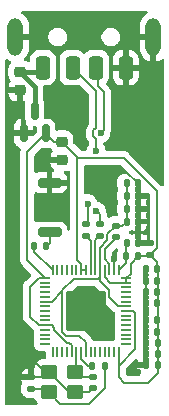
<source format=gbr>
%TF.GenerationSoftware,KiCad,Pcbnew,9.0.5*%
%TF.CreationDate,2025-11-01T21:25:21+11:00*%
%TF.ProjectId,YetAnotherAuthKey,59657441-6e6f-4746-9865-72417574684b,rev?*%
%TF.SameCoordinates,Original*%
%TF.FileFunction,Copper,L1,Top*%
%TF.FilePolarity,Positive*%
%FSLAX46Y46*%
G04 Gerber Fmt 4.6, Leading zero omitted, Abs format (unit mm)*
G04 Created by KiCad (PCBNEW 9.0.5) date 2025-11-01 21:25:21*
%MOMM*%
%LPD*%
G01*
G04 APERTURE LIST*
G04 Aperture macros list*
%AMRoundRect*
0 Rectangle with rounded corners*
0 $1 Rounding radius*
0 $2 $3 $4 $5 $6 $7 $8 $9 X,Y pos of 4 corners*
0 Add a 4 corners polygon primitive as box body*
4,1,4,$2,$3,$4,$5,$6,$7,$8,$9,$2,$3,0*
0 Add four circle primitives for the rounded corners*
1,1,$1+$1,$2,$3*
1,1,$1+$1,$4,$5*
1,1,$1+$1,$6,$7*
1,1,$1+$1,$8,$9*
0 Add four rect primitives between the rounded corners*
20,1,$1+$1,$2,$3,$4,$5,0*
20,1,$1+$1,$4,$5,$6,$7,0*
20,1,$1+$1,$6,$7,$8,$9,0*
20,1,$1+$1,$8,$9,$2,$3,0*%
%AMFreePoly0*
4,1,18,-0.437500,0.050000,-0.433694,0.069134,-0.422855,0.085355,-0.406634,0.096194,-0.387500,0.100000,0.387500,0.100000,0.437500,0.050000,0.437500,-0.050000,0.433694,-0.069134,0.422855,-0.085355,0.406634,-0.096194,0.387500,-0.100000,-0.387500,-0.100000,-0.406634,-0.096194,-0.422855,-0.085355,-0.433694,-0.069134,-0.437500,-0.050000,-0.437500,0.050000,-0.437500,0.050000,$1*%
%AMFreePoly1*
4,1,18,-0.437500,0.050000,-0.433694,0.069134,-0.422855,0.085355,-0.406634,0.096194,-0.387500,0.100000,0.387500,0.100000,0.406634,0.096194,0.422855,0.085355,0.433694,0.069134,0.437500,0.050000,0.437500,-0.050000,0.387500,-0.100000,-0.387500,-0.100000,-0.406634,-0.096194,-0.422855,-0.085355,-0.433694,-0.069134,-0.437500,-0.050000,-0.437500,0.050000,-0.437500,0.050000,$1*%
%AMFreePoly2*
4,1,18,-0.100000,0.387500,-0.050000,0.437500,0.050000,0.437500,0.069134,0.433694,0.085355,0.422855,0.096194,0.406634,0.100000,0.387500,0.100000,-0.387500,0.096194,-0.406634,0.085355,-0.422855,0.069134,-0.433694,0.050000,-0.437500,-0.050000,-0.437500,-0.069134,-0.433694,-0.085355,-0.422855,-0.096194,-0.406634,-0.100000,-0.387500,-0.100000,0.387500,-0.100000,0.387500,$1*%
%AMFreePoly3*
4,1,18,-0.100000,0.387500,-0.096194,0.406634,-0.085355,0.422855,-0.069134,0.433694,-0.050000,0.437500,0.050000,0.437500,0.100000,0.387500,0.100000,-0.387500,0.096194,-0.406634,0.085355,-0.422855,0.069134,-0.433694,0.050000,-0.437500,-0.050000,-0.437500,-0.069134,-0.433694,-0.085355,-0.422855,-0.096194,-0.406634,-0.100000,-0.387500,-0.100000,0.387500,-0.100000,0.387500,$1*%
%AMFreePoly4*
4,1,18,-0.437500,0.050000,-0.433694,0.069134,-0.422855,0.085355,-0.406634,0.096194,-0.387500,0.100000,0.387500,0.100000,0.406634,0.096194,0.422855,0.085355,0.433694,0.069134,0.437500,0.050000,0.437500,-0.050000,0.433694,-0.069134,0.422855,-0.085355,0.406634,-0.096194,0.387500,-0.100000,-0.387500,-0.100000,-0.437500,-0.050000,-0.437500,0.050000,-0.437500,0.050000,$1*%
%AMFreePoly5*
4,1,18,-0.437500,0.050000,-0.387500,0.100000,0.387500,0.100000,0.406634,0.096194,0.422855,0.085355,0.433694,0.069134,0.437500,0.050000,0.437500,-0.050000,0.433694,-0.069134,0.422855,-0.085355,0.406634,-0.096194,0.387500,-0.100000,-0.387500,-0.100000,-0.406634,-0.096194,-0.422855,-0.085355,-0.433694,-0.069134,-0.437500,-0.050000,-0.437500,0.050000,-0.437500,0.050000,$1*%
%AMFreePoly6*
4,1,18,-0.100000,0.387500,-0.096194,0.406634,-0.085355,0.422855,-0.069134,0.433694,-0.050000,0.437500,0.050000,0.437500,0.069134,0.433694,0.085355,0.422855,0.096194,0.406634,0.100000,0.387500,0.100000,-0.387500,0.050000,-0.437500,-0.050000,-0.437500,-0.069134,-0.433694,-0.085355,-0.422855,-0.096194,-0.406634,-0.100000,-0.387500,-0.100000,0.387500,-0.100000,0.387500,$1*%
%AMFreePoly7*
4,1,18,-0.100000,0.387500,-0.096194,0.406634,-0.085355,0.422855,-0.069134,0.433694,-0.050000,0.437500,0.050000,0.437500,0.069134,0.433694,0.085355,0.422855,0.096194,0.406634,0.100000,0.387500,0.100000,-0.387500,0.096194,-0.406634,0.085355,-0.422855,0.069134,-0.433694,0.050000,-0.437500,-0.050000,-0.437500,-0.100000,-0.387500,-0.100000,0.387500,-0.100000,0.387500,$1*%
G04 Aperture macros list end*
%TA.AperFunction,SMDPad,CuDef*%
%ADD10RoundRect,0.135000X0.185000X-0.135000X0.185000X0.135000X-0.185000X0.135000X-0.185000X-0.135000X0*%
%TD*%
%TA.AperFunction,SMDPad,CuDef*%
%ADD11RoundRect,0.140000X-0.140000X-0.170000X0.140000X-0.170000X0.140000X0.170000X-0.140000X0.170000X0*%
%TD*%
%TA.AperFunction,SMDPad,CuDef*%
%ADD12RoundRect,0.225000X0.250000X-0.225000X0.250000X0.225000X-0.250000X0.225000X-0.250000X-0.225000X0*%
%TD*%
%TA.AperFunction,SMDPad,CuDef*%
%ADD13RoundRect,0.200000X-0.800000X0.200000X-0.800000X-0.200000X0.800000X-0.200000X0.800000X0.200000X0*%
%TD*%
%TA.AperFunction,SMDPad,CuDef*%
%ADD14RoundRect,0.140000X0.170000X-0.140000X0.170000X0.140000X-0.170000X0.140000X-0.170000X-0.140000X0*%
%TD*%
%TA.AperFunction,SMDPad,CuDef*%
%ADD15RoundRect,0.150000X0.150000X-0.587500X0.150000X0.587500X-0.150000X0.587500X-0.150000X-0.587500X0*%
%TD*%
%TA.AperFunction,SMDPad,CuDef*%
%ADD16RoundRect,0.140000X0.140000X0.170000X-0.140000X0.170000X-0.140000X-0.170000X0.140000X-0.170000X0*%
%TD*%
%TA.AperFunction,SMDPad,CuDef*%
%ADD17RoundRect,0.225000X-0.250000X0.225000X-0.250000X-0.225000X0.250000X-0.225000X0.250000X0.225000X0*%
%TD*%
%TA.AperFunction,SMDPad,CuDef*%
%ADD18RoundRect,0.250000X-0.450000X-0.350000X0.450000X-0.350000X0.450000X0.350000X-0.450000X0.350000X0*%
%TD*%
%TA.AperFunction,SMDPad,CuDef*%
%ADD19RoundRect,0.300000X0.300000X-0.700000X0.300000X0.700000X-0.300000X0.700000X-0.300000X-0.700000X0*%
%TD*%
%TA.AperFunction,HeatsinkPad*%
%ADD20O,1.300000X3.200000*%
%TD*%
%TA.AperFunction,SMDPad,CuDef*%
%ADD21RoundRect,0.140000X-0.170000X0.140000X-0.170000X-0.140000X0.170000X-0.140000X0.170000X0.140000X0*%
%TD*%
%TA.AperFunction,SMDPad,CuDef*%
%ADD22RoundRect,0.135000X0.135000X0.185000X-0.135000X0.185000X-0.135000X-0.185000X0.135000X-0.185000X0*%
%TD*%
%TA.AperFunction,SMDPad,CuDef*%
%ADD23RoundRect,0.135000X-0.135000X-0.185000X0.135000X-0.185000X0.135000X0.185000X-0.135000X0.185000X0*%
%TD*%
%TA.AperFunction,SMDPad,CuDef*%
%ADD24FreePoly0,0.000000*%
%TD*%
%TA.AperFunction,SMDPad,CuDef*%
%ADD25RoundRect,0.050000X-0.387500X-0.050000X0.387500X-0.050000X0.387500X0.050000X-0.387500X0.050000X0*%
%TD*%
%TA.AperFunction,SMDPad,CuDef*%
%ADD26FreePoly1,0.000000*%
%TD*%
%TA.AperFunction,SMDPad,CuDef*%
%ADD27FreePoly2,0.000000*%
%TD*%
%TA.AperFunction,SMDPad,CuDef*%
%ADD28RoundRect,0.050000X-0.050000X-0.387500X0.050000X-0.387500X0.050000X0.387500X-0.050000X0.387500X0*%
%TD*%
%TA.AperFunction,SMDPad,CuDef*%
%ADD29FreePoly3,0.000000*%
%TD*%
%TA.AperFunction,SMDPad,CuDef*%
%ADD30FreePoly4,0.000000*%
%TD*%
%TA.AperFunction,SMDPad,CuDef*%
%ADD31FreePoly5,0.000000*%
%TD*%
%TA.AperFunction,SMDPad,CuDef*%
%ADD32FreePoly6,0.000000*%
%TD*%
%TA.AperFunction,SMDPad,CuDef*%
%ADD33FreePoly7,0.000000*%
%TD*%
%TA.AperFunction,ComponentPad*%
%ADD34C,0.600000*%
%TD*%
%TA.AperFunction,SMDPad,CuDef*%
%ADD35RoundRect,0.153000X1.547000X-1.547000X1.547000X1.547000X-1.547000X1.547000X-1.547000X-1.547000X0*%
%TD*%
%TA.AperFunction,ViaPad*%
%ADD36C,0.600000*%
%TD*%
%TA.AperFunction,Conductor*%
%ADD37C,0.200000*%
%TD*%
%TA.AperFunction,Conductor*%
%ADD38C,0.400000*%
%TD*%
G04 APERTURE END LIST*
D10*
%TO.P,R3,2*%
%TO.N,/USB_D-*%
X191800000Y-67890000D03*
%TO.P,R3,1*%
%TO.N,Net-(U1-USB_DM)*%
X191800000Y-68910000D03*
%TD*%
D11*
%TO.P,C8,1*%
%TO.N,+1V1*%
X194070000Y-65550000D03*
%TO.P,C8,2*%
%TO.N,GND*%
X195030000Y-65550000D03*
%TD*%
D12*
%TO.P,C1,1*%
%TO.N,GND*%
X185050000Y-56575000D03*
%TO.P,C1,2*%
%TO.N,VBUS*%
X185050000Y-55025000D03*
%TD*%
D13*
%TO.P,SW1,1,1*%
%TO.N,GND*%
X187550000Y-64400000D03*
%TO.P,SW1,2,2*%
%TO.N,Net-(R4-Pad1)*%
X187550000Y-68600000D03*
%TD*%
D14*
%TO.P,C6,1*%
%TO.N,+3V3*%
X196050000Y-70510000D03*
%TO.P,C6,2*%
%TO.N,GND*%
X196050000Y-69550000D03*
%TD*%
D15*
%TO.P,U2,1,GND*%
%TO.N,GND*%
X185350000Y-60237500D03*
%TO.P,U2,2,VO*%
%TO.N,+3V3*%
X187250000Y-60237500D03*
%TO.P,U2,3,VI*%
%TO.N,VBUS*%
X186300000Y-58362500D03*
%TD*%
D16*
%TO.P,C12,1*%
%TO.N,+3V3*%
X196700000Y-78925000D03*
%TO.P,C12,2*%
%TO.N,GND*%
X195740000Y-78925000D03*
%TD*%
D17*
%TO.P,C2,1*%
%TO.N,+3V3*%
X188600000Y-60937500D03*
%TO.P,C2,2*%
%TO.N,GND*%
X188600000Y-62487500D03*
%TD*%
D18*
%TO.P,Y1,1,1*%
%TO.N,Net-(C3-Pad1)*%
X187500000Y-82150000D03*
%TO.P,Y1,2,2*%
%TO.N,GND*%
X189700000Y-82150000D03*
%TO.P,Y1,3,3*%
%TO.N,/XIN*%
X189700000Y-80450000D03*
%TO.P,Y1,4,4*%
%TO.N,GND*%
X187500000Y-80450000D03*
%TD*%
D11*
%TO.P,C10,1*%
%TO.N,+1V1*%
X194070000Y-64450000D03*
%TO.P,C10,2*%
%TO.N,GND*%
X195030000Y-64450000D03*
%TD*%
D19*
%TO.P,J1,1,VBUS*%
%TO.N,VBUS*%
X187000000Y-54675000D03*
%TO.P,J1,2,D-*%
%TO.N,/USB_D-*%
X189500000Y-54675000D03*
%TO.P,J1,3,D+*%
%TO.N,/USB_D+*%
X191500000Y-54675000D03*
%TO.P,J1,4,GND*%
%TO.N,GND*%
X194000000Y-54675000D03*
D20*
%TO.P,J1,5,Shield*%
X184650000Y-52075000D03*
X196350000Y-52075000D03*
%TD*%
D21*
%TO.P,L1,1,1*%
%TO.N,+1V1*%
X193150000Y-68045000D03*
%TO.P,L1,2,2*%
%TO.N,Net-(U1-VREG_LX)*%
X193150000Y-69005000D03*
%TD*%
D16*
%TO.P,C11,1*%
%TO.N,+3V3*%
X196710000Y-79875000D03*
%TO.P,C11,2*%
%TO.N,GND*%
X195750000Y-79875000D03*
%TD*%
%TO.P,C17,1*%
%TO.N,+3V3*%
X196680000Y-71750000D03*
%TO.P,C17,2*%
%TO.N,GND*%
X195720000Y-71750000D03*
%TD*%
D10*
%TO.P,R2,1*%
%TO.N,Net-(U1-USB_DP)*%
X190600000Y-68900000D03*
%TO.P,R2,2*%
%TO.N,/USB_D+*%
X190600000Y-67880000D03*
%TD*%
D11*
%TO.P,C9,1*%
%TO.N,+1V1*%
X194070000Y-66650000D03*
%TO.P,C9,2*%
%TO.N,GND*%
X195030000Y-66650000D03*
%TD*%
D22*
%TO.P,R4,1*%
%TO.N,Net-(R4-Pad1)*%
X187270000Y-69800000D03*
%TO.P,R4,2*%
%TO.N,/BOOTSEL*%
X186250000Y-69800000D03*
%TD*%
D23*
%TO.P,R6,1*%
%TO.N,/VREG_AVDD*%
X194055000Y-70625000D03*
%TO.P,R6,2*%
%TO.N,+3V3*%
X195075000Y-70625000D03*
%TD*%
D16*
%TO.P,C15,1*%
%TO.N,+3V3*%
X196680000Y-74600000D03*
%TO.P,C15,2*%
%TO.N,GND*%
X195720000Y-74600000D03*
%TD*%
D24*
%TO.P,U1,1,IOVDD*%
%TO.N,+3V3*%
X187187500Y-72475000D03*
D25*
%TO.P,U1,2,GPIO0*%
%TO.N,unconnected-(U1-GPIO0-Pad2)*%
X187187500Y-72875000D03*
%TO.P,U1,3,GPIO1*%
%TO.N,unconnected-(U1-GPIO1-Pad3)*%
X187187500Y-73275000D03*
%TO.P,U1,4,GPIO2*%
%TO.N,unconnected-(U1-GPIO2-Pad4)*%
X187187500Y-73675000D03*
%TO.P,U1,5,GPIO3*%
%TO.N,unconnected-(U1-GPIO3-Pad5)*%
X187187500Y-74075000D03*
%TO.P,U1,6,DVDD*%
%TO.N,+1V1*%
X187187500Y-74475000D03*
%TO.P,U1,7,GPIO4*%
%TO.N,unconnected-(U1-GPIO4-Pad7)*%
X187187500Y-74875000D03*
%TO.P,U1,8,GPIO5*%
%TO.N,unconnected-(U1-GPIO5-Pad8)*%
X187187500Y-75275000D03*
%TO.P,U1,9,GPIO6*%
%TO.N,unconnected-(U1-GPIO6-Pad9)*%
X187187500Y-75675000D03*
%TO.P,U1,10,GPIO7*%
%TO.N,unconnected-(U1-GPIO7-Pad10)*%
X187187500Y-76075000D03*
%TO.P,U1,11,IOVDD*%
%TO.N,+3V3*%
X187187500Y-76475000D03*
%TO.P,U1,12,GPIO8*%
%TO.N,unconnected-(U1-GPIO8-Pad12)*%
X187187500Y-76875000D03*
%TO.P,U1,13,GPIO9*%
%TO.N,unconnected-(U1-GPIO9-Pad13)*%
X187187500Y-77275000D03*
%TO.P,U1,14,GPIO10*%
%TO.N,unconnected-(U1-GPIO10-Pad14)*%
X187187500Y-77675000D03*
D26*
%TO.P,U1,15,GPIO11*%
%TO.N,unconnected-(U1-GPIO11-Pad15)*%
X187187500Y-78075000D03*
D27*
%TO.P,U1,16,GPIO12*%
%TO.N,unconnected-(U1-GPIO12-Pad16)*%
X187825000Y-78712500D03*
D28*
%TO.P,U1,17,GPIO13*%
%TO.N,unconnected-(U1-GPIO13-Pad17)*%
X188225000Y-78712500D03*
%TO.P,U1,18,GPIO14*%
%TO.N,unconnected-(U1-GPIO14-Pad18)*%
X188625000Y-78712500D03*
%TO.P,U1,19,GPIO15*%
%TO.N,unconnected-(U1-GPIO15-Pad19)*%
X189025000Y-78712500D03*
%TO.P,U1,20,IOVDD*%
%TO.N,+3V3*%
X189425000Y-78712500D03*
%TO.P,U1,21,XIN*%
%TO.N,/XIN*%
X189825000Y-78712500D03*
%TO.P,U1,22,XOUT*%
%TO.N,/XOUT*%
X190225000Y-78712500D03*
%TO.P,U1,23,DVDD*%
%TO.N,+1V1*%
X190625000Y-78712500D03*
%TO.P,U1,24,SWCLK*%
%TO.N,unconnected-(U1-SWCLK-Pad24)*%
X191025000Y-78712500D03*
%TO.P,U1,25,SWD*%
%TO.N,unconnected-(U1-SWD-Pad25)*%
X191425000Y-78712500D03*
%TO.P,U1,26,RUN*%
%TO.N,unconnected-(U1-RUN-Pad26)*%
X191825000Y-78712500D03*
%TO.P,U1,27,GPIO16*%
%TO.N,unconnected-(U1-GPIO16-Pad27)*%
X192225000Y-78712500D03*
%TO.P,U1,28,GPIO17*%
%TO.N,unconnected-(U1-GPIO17-Pad28)*%
X192625000Y-78712500D03*
%TO.P,U1,29,GPIO18*%
%TO.N,unconnected-(U1-GPIO18-Pad29)*%
X193025000Y-78712500D03*
D29*
%TO.P,U1,30,IOVDD*%
%TO.N,+3V3*%
X193425000Y-78712500D03*
D30*
%TO.P,U1,31,GPIO19*%
%TO.N,unconnected-(U1-GPIO19-Pad31)*%
X194062500Y-78075000D03*
D25*
%TO.P,U1,32,GPIO20*%
%TO.N,unconnected-(U1-GPIO20-Pad32)*%
X194062500Y-77675000D03*
%TO.P,U1,33,GPIO21*%
%TO.N,unconnected-(U1-GPIO21-Pad33)*%
X194062500Y-77275000D03*
%TO.P,U1,34,GPIO22*%
%TO.N,unconnected-(U1-GPIO22-Pad34)*%
X194062500Y-76875000D03*
%TO.P,U1,35,GPIO23*%
%TO.N,unconnected-(U1-GPIO23-Pad35)*%
X194062500Y-76475000D03*
%TO.P,U1,36,GPIO24*%
%TO.N,unconnected-(U1-GPIO24-Pad36)*%
X194062500Y-76075000D03*
%TO.P,U1,37,GPIO25*%
%TO.N,unconnected-(U1-GPIO25-Pad37)*%
X194062500Y-75675000D03*
%TO.P,U1,38,IOVDD*%
%TO.N,+3V3*%
X194062500Y-75275000D03*
%TO.P,U1,39,DVDD*%
%TO.N,+1V1*%
X194062500Y-74875000D03*
%TO.P,U1,40,GPIO26_ADC0*%
%TO.N,unconnected-(U1-GPIO26_ADC0-Pad40)*%
X194062500Y-74475000D03*
%TO.P,U1,41,GPIO27_ADC1*%
%TO.N,unconnected-(U1-GPIO27_ADC1-Pad41)*%
X194062500Y-74075000D03*
%TO.P,U1,42,GPIO28_ADC2*%
%TO.N,unconnected-(U1-GPIO28_ADC2-Pad42)*%
X194062500Y-73675000D03*
%TO.P,U1,43,GPIO29_ADC3*%
%TO.N,unconnected-(U1-GPIO29_ADC3-Pad43)*%
X194062500Y-73275000D03*
%TO.P,U1,44,ADC_AVDD*%
%TO.N,+3V3*%
X194062500Y-72875000D03*
D31*
%TO.P,U1,45,IOVDD*%
X194062500Y-72475000D03*
D32*
%TO.P,U1,46,VREG_AVDD*%
%TO.N,/VREG_AVDD*%
X193425000Y-71837500D03*
D28*
%TO.P,U1,47,VREG_PGND*%
%TO.N,GND*%
X193025000Y-71837500D03*
%TO.P,U1,48,VREG_LX*%
%TO.N,Net-(U1-VREG_LX)*%
X192625000Y-71837500D03*
%TO.P,U1,49,VREG_VIN*%
%TO.N,+3V3*%
X192225000Y-71837500D03*
%TO.P,U1,50,VREG_FB*%
%TO.N,+1V1*%
X191825000Y-71837500D03*
%TO.P,U1,51,USB_DM*%
%TO.N,Net-(U1-USB_DM)*%
X191425000Y-71837500D03*
%TO.P,U1,52,USB_DP*%
%TO.N,Net-(U1-USB_DP)*%
X191025000Y-71837500D03*
%TO.P,U1,53,USB_OTP_VDD*%
%TO.N,+3V3*%
X190625000Y-71837500D03*
%TO.P,U1,54,QSPI_IOVDD*%
X190225000Y-71837500D03*
%TO.P,U1,55,QSPI_SD3*%
%TO.N,unconnected-(U1-QSPI_SD3-Pad55)*%
X189825000Y-71837500D03*
%TO.P,U1,56,QSPI_SCLK*%
%TO.N,unconnected-(U1-QSPI_SCLK-Pad56)*%
X189425000Y-71837500D03*
%TO.P,U1,57,QSPI_SD0*%
%TO.N,unconnected-(U1-QSPI_SD0-Pad57)*%
X189025000Y-71837500D03*
%TO.P,U1,58,QSPI_SD2*%
%TO.N,unconnected-(U1-QSPI_SD2-Pad58)*%
X188625000Y-71837500D03*
%TO.P,U1,59,QSPI_SD1*%
%TO.N,unconnected-(U1-QSPI_SD1-Pad59)*%
X188225000Y-71837500D03*
D33*
%TO.P,U1,60,QSPI_SS*%
%TO.N,/BOOTSEL*%
X187825000Y-71837500D03*
D34*
%TO.P,U1,61,GND*%
%TO.N,GND*%
X189250000Y-73900000D03*
X189250000Y-75275000D03*
X189250000Y-76650000D03*
X190625000Y-73900000D03*
X190625000Y-75275000D03*
D35*
X190625000Y-75275000D03*
D34*
X190625000Y-76650000D03*
X192000000Y-73900000D03*
X192000000Y-75275000D03*
X192000000Y-76650000D03*
%TD*%
D11*
%TO.P,C7,1*%
%TO.N,/VREG_AVDD*%
X194090000Y-69550000D03*
%TO.P,C7,2*%
%TO.N,GND*%
X195050000Y-69550000D03*
%TD*%
D14*
%TO.P,C3,1*%
%TO.N,Net-(C3-Pad1)*%
X185950000Y-81860000D03*
%TO.P,C3,2*%
%TO.N,GND*%
X185950000Y-80900000D03*
%TD*%
D16*
%TO.P,C19,1*%
%TO.N,+3V3*%
X196680000Y-73640000D03*
%TO.P,C19,2*%
%TO.N,GND*%
X195720000Y-73640000D03*
%TD*%
%TO.P,C18,1*%
%TO.N,+3V3*%
X196680000Y-72700000D03*
%TO.P,C18,2*%
%TO.N,GND*%
X195720000Y-72700000D03*
%TD*%
%TO.P,C14,1*%
%TO.N,+3V3*%
X196685000Y-77025000D03*
%TO.P,C14,2*%
%TO.N,GND*%
X195725000Y-77025000D03*
%TD*%
D21*
%TO.P,C4,1*%
%TO.N,/XIN*%
X191250000Y-80850000D03*
%TO.P,C4,2*%
%TO.N,GND*%
X191250000Y-81810000D03*
%TD*%
D16*
%TO.P,C16,1*%
%TO.N,+3V3*%
X196685000Y-76075000D03*
%TO.P,C16,2*%
%TO.N,GND*%
X195725000Y-76075000D03*
%TD*%
D11*
%TO.P,C5,1*%
%TO.N,+1V1*%
X194070000Y-67700000D03*
%TO.P,C5,2*%
%TO.N,GND*%
X195030000Y-67700000D03*
%TD*%
D16*
%TO.P,C13,1*%
%TO.N,+3V3*%
X196700000Y-77975000D03*
%TO.P,C13,2*%
%TO.N,GND*%
X195740000Y-77975000D03*
%TD*%
D23*
%TO.P,R5,1*%
%TO.N,/XOUT*%
X191190000Y-79900000D03*
%TO.P,R5,2*%
%TO.N,Net-(C3-Pad1)*%
X192210000Y-79900000D03*
%TD*%
D36*
%TO.N,/USB_D-*%
X191500000Y-66800000D03*
%TO.N,/USB_D+*%
X190812500Y-66187500D03*
%TO.N,GND*%
X193550000Y-63475000D03*
X186950000Y-62500000D03*
X195080000Y-80450000D03*
X185375000Y-78675000D03*
X193025000Y-70850000D03*
%TO.N,/USB_D+*%
X191875000Y-60225000D03*
%TO.N,/USB_D-*%
X191500000Y-61700000D03*
%TD*%
D37*
%TO.N,/USB_D-*%
X191500000Y-61700000D02*
X191500000Y-60699943D01*
X191500000Y-60699943D02*
X191274000Y-60473943D01*
X191274000Y-60473943D02*
X191274000Y-59976057D01*
X191474000Y-56649000D02*
X189500000Y-54675000D01*
X191274000Y-59976057D02*
X191474000Y-59776057D01*
X191474000Y-59776057D02*
X191474000Y-56649000D01*
%TO.N,/USB_D+*%
X190812500Y-66187500D02*
X190850000Y-66225000D01*
X190850000Y-66225000D02*
X190850000Y-67630000D01*
X190850000Y-67630000D02*
X190600000Y-67880000D01*
%TO.N,/USB_D-*%
X191500000Y-66800000D02*
X191800000Y-67100000D01*
X191800000Y-67100000D02*
X191800000Y-67890000D01*
D38*
%TO.N,VBUS*%
X186300000Y-56275000D02*
X185050000Y-55025000D01*
X185050000Y-55025000D02*
X186650000Y-55025000D01*
X186300000Y-58362500D02*
X186300000Y-56275000D01*
D37*
%TO.N,+3V3*%
X185679000Y-61808500D02*
X187250000Y-60237500D01*
X193425000Y-80900000D02*
X193425000Y-79900000D01*
X193875000Y-81350000D02*
X193425000Y-80900000D01*
X195900000Y-81350000D02*
X193875000Y-81350000D01*
X196710000Y-80540000D02*
X195900000Y-81350000D01*
X196710000Y-79875000D02*
X196710000Y-71780000D01*
X196710000Y-79875000D02*
X196710000Y-80540000D01*
X196661000Y-69899000D02*
X196661000Y-65143450D01*
X196661000Y-65143450D02*
X193818550Y-62301000D01*
X193818550Y-62301000D02*
X189963500Y-62301000D01*
X189899000Y-62236500D02*
X189899000Y-70976226D01*
X188600000Y-60937500D02*
X189899000Y-62236500D01*
X194062500Y-72475000D02*
X194425000Y-72112500D01*
X194425000Y-72112500D02*
X194425000Y-71275000D01*
X194425000Y-71275000D02*
X195075000Y-70625000D01*
%TO.N,VBUS*%
X186650000Y-55025000D02*
X187000000Y-54675000D01*
%TO.N,GND*%
X190910000Y-82150000D02*
X191250000Y-81810000D01*
X189700000Y-82150000D02*
X190910000Y-82150000D01*
X195030000Y-64450000D02*
X194055000Y-63475000D01*
X188600000Y-62487500D02*
X186962500Y-62487500D01*
X193025000Y-71837500D02*
X193025000Y-70850000D01*
X195745000Y-79570000D02*
X195775000Y-79600000D01*
X187237500Y-80537500D02*
X185375000Y-78675000D01*
X187500000Y-80450000D02*
X187412500Y-80537500D01*
X186950000Y-62500000D02*
X186962500Y-62487500D01*
X189700000Y-82150000D02*
X189200000Y-82150000D01*
X187050000Y-80900000D02*
X187500000Y-80450000D01*
X185950000Y-80900000D02*
X187050000Y-80900000D01*
X187412500Y-80537500D02*
X187237500Y-80537500D01*
X195720000Y-73640000D02*
X195720000Y-72700000D01*
X194055000Y-63475000D02*
X193550000Y-63475000D01*
X195030000Y-64450000D02*
X195030000Y-67700000D01*
X195750000Y-79875000D02*
X195655000Y-79875000D01*
X189200000Y-82150000D02*
X187500000Y-80450000D01*
%TO.N,+3V3*%
X193425000Y-79900000D02*
X194801000Y-78524000D01*
X185900000Y-75750000D02*
X185900000Y-73227226D01*
X196680000Y-71750000D02*
X196680000Y-71140000D01*
X185900000Y-73227226D02*
X186653226Y-72474000D01*
X194801000Y-75478226D02*
X194596774Y-75274000D01*
X194595774Y-75275000D02*
X194596774Y-75274000D01*
X195935000Y-70625000D02*
X196050000Y-70510000D01*
X188600000Y-60937500D02*
X187950000Y-60937500D01*
X189016608Y-77974000D02*
X187926000Y-76883392D01*
X186654226Y-72475000D02*
X186653226Y-72474000D01*
X189963500Y-62301000D02*
X189899000Y-62236500D01*
X195935000Y-70510000D02*
X196050000Y-70510000D01*
X196680000Y-71140000D02*
X196050000Y-70510000D01*
X189425000Y-78175000D02*
X189425000Y-78712500D01*
X195075000Y-70625000D02*
X195935000Y-70625000D01*
X189899000Y-70976226D02*
X190225000Y-71302226D01*
X192225000Y-72425000D02*
X192675000Y-72875000D01*
X190625000Y-71837500D02*
X190225000Y-71837500D01*
X189425000Y-78175000D02*
X189224000Y-77974000D01*
X192225000Y-71837500D02*
X192225000Y-72425000D01*
X194801000Y-78524000D02*
X194801000Y-75478226D01*
X187187500Y-72475000D02*
X186654226Y-72475000D01*
X187950000Y-60937500D02*
X187250000Y-60237500D01*
X192675000Y-72875000D02*
X194062500Y-72875000D01*
X194062500Y-75275000D02*
X194595774Y-75275000D01*
X187725000Y-76475000D02*
X187187500Y-76475000D01*
X187187500Y-76475000D02*
X186625000Y-76475000D01*
X194062500Y-72475000D02*
X194062500Y-72875000D01*
X196710000Y-71780000D02*
X196680000Y-71750000D01*
X196050000Y-70510000D02*
X196661000Y-69899000D01*
X186625000Y-76475000D02*
X185900000Y-75750000D01*
X190225000Y-71302226D02*
X190225000Y-71837500D01*
X187926000Y-76676000D02*
X187725000Y-76475000D01*
X187926000Y-76883392D02*
X187926000Y-76676000D01*
X193425000Y-78712500D02*
X193425000Y-79900000D01*
X189224000Y-77974000D02*
X189016608Y-77974000D01*
%TO.N,Net-(C3-Pad1)*%
X187210000Y-81860000D02*
X187500000Y-82150000D01*
X187500000Y-82150000D02*
X188474000Y-83124000D01*
X192210000Y-81787550D02*
X192210000Y-79900000D01*
X188474000Y-83124000D02*
X190873550Y-83124000D01*
X185950000Y-81860000D02*
X187210000Y-81860000D01*
X190873550Y-83124000D02*
X192210000Y-81787550D01*
%TO.N,/XIN*%
X189825000Y-80325000D02*
X189700000Y-80450000D01*
X190100000Y-80850000D02*
X189700000Y-80450000D01*
X189825000Y-78712500D02*
X189825000Y-80325000D01*
X191250000Y-80850000D02*
X190100000Y-80850000D01*
%TO.N,+1V1*%
X192450000Y-68745000D02*
X193150000Y-68045000D01*
X192450000Y-69275000D02*
X192450000Y-68745000D01*
X191825000Y-69900000D02*
X192450000Y-69275000D01*
X190050000Y-77350000D02*
X188959708Y-77350000D01*
X193150000Y-68045000D02*
X193725000Y-68045000D01*
X193725000Y-68045000D02*
X194070000Y-67700000D01*
X192626000Y-73526000D02*
X191825000Y-72725000D01*
X193375000Y-74875000D02*
X192626000Y-74126000D01*
X190625000Y-77925000D02*
X190050000Y-77350000D01*
X188624000Y-73535708D02*
X189583708Y-72576000D01*
X192626000Y-74126000D02*
X192626000Y-73526000D01*
X191825000Y-72725000D02*
X191825000Y-72372774D01*
X191825000Y-72372774D02*
X191825000Y-71837500D01*
X194062500Y-74875000D02*
X193375000Y-74875000D01*
X187725000Y-74475000D02*
X188624000Y-73576000D01*
X188959708Y-77350000D02*
X188624000Y-77014292D01*
X188624000Y-73576000D02*
X188624000Y-73535708D01*
X191621774Y-72576000D02*
X191825000Y-72372774D01*
X190625000Y-78712500D02*
X190625000Y-77925000D01*
X194070000Y-67700000D02*
X194070000Y-64450000D01*
X191825000Y-71837500D02*
X191825000Y-69900000D01*
X189583708Y-72576000D02*
X191621774Y-72576000D01*
X188624000Y-77014292D02*
X188624000Y-73535708D01*
X187187500Y-74475000D02*
X187725000Y-74475000D01*
%TO.N,/VREG_AVDD*%
X194025000Y-71237500D02*
X194025000Y-70655000D01*
X194055000Y-70625000D02*
X194055000Y-69585000D01*
X194055000Y-69585000D02*
X194090000Y-69550000D01*
X194025000Y-70655000D02*
X194055000Y-70625000D01*
X193425000Y-71837500D02*
X194025000Y-71237500D01*
%TO.N,Net-(U1-VREG_LX)*%
X192625000Y-71837500D02*
X192625000Y-71300000D01*
X192233900Y-70066100D02*
X193125000Y-69175000D01*
X192625000Y-71300000D02*
X192226000Y-70901000D01*
X192226000Y-70901000D02*
X192226000Y-70066100D01*
X192226000Y-70066100D02*
X192233900Y-70066100D01*
%TO.N,Net-(U1-USB_DP)*%
X191025000Y-71837500D02*
X191025000Y-69325000D01*
X191025000Y-69325000D02*
X190600000Y-68900000D01*
%TO.N,Net-(U1-USB_DM)*%
X191425000Y-71837500D02*
X191425000Y-69285000D01*
X191425000Y-69285000D02*
X191800000Y-68910000D01*
%TO.N,/BOOTSEL*%
X186250000Y-70262500D02*
X187825000Y-71837500D01*
X186250000Y-69800000D02*
X186250000Y-70262500D01*
%TO.N,Net-(R4-Pad1)*%
X187550000Y-68600000D02*
X187550000Y-69520000D01*
X187550000Y-69520000D02*
X187270000Y-69800000D01*
%TO.N,/XOUT*%
X190225000Y-78712500D02*
X190225000Y-79325000D01*
X190225000Y-79325000D02*
X190800000Y-79900000D01*
X190800000Y-79900000D02*
X191190000Y-79900000D01*
%TO.N,+3V3*%
X187187500Y-72475000D02*
X185679000Y-70966500D01*
X185679000Y-70966500D02*
X185679000Y-61808500D01*
%TO.N,/USB_D+*%
X191875000Y-60225000D02*
X192125000Y-59975000D01*
X192125000Y-56732900D02*
X191650000Y-56257900D01*
X192125000Y-59975000D02*
X192125000Y-56732900D01*
X191650000Y-54825000D02*
X191500000Y-54675000D01*
X191650000Y-56257900D02*
X191650000Y-54825000D01*
%TD*%
%TA.AperFunction,Conductor*%
%TO.N,GND*%
G36*
X183997385Y-53972326D02*
G01*
X184047265Y-54008565D01*
X184208553Y-54090747D01*
X184223428Y-54095580D01*
X184281105Y-54135016D01*
X184308304Y-54199374D01*
X184296392Y-54268221D01*
X184272795Y-54301192D01*
X184227032Y-54346955D01*
X184227029Y-54346959D01*
X184138001Y-54491294D01*
X184137996Y-54491305D01*
X184084651Y-54652290D01*
X184074500Y-54751647D01*
X184074500Y-55298337D01*
X184074501Y-55298355D01*
X184084650Y-55397707D01*
X184084651Y-55397710D01*
X184137996Y-55558694D01*
X184138001Y-55558705D01*
X184227029Y-55703040D01*
X184227032Y-55703044D01*
X184236660Y-55712672D01*
X184270145Y-55773995D01*
X184265161Y-55843687D01*
X184236663Y-55888031D01*
X184227428Y-55897265D01*
X184227424Y-55897271D01*
X184138457Y-56041507D01*
X184138452Y-56041518D01*
X184085144Y-56202393D01*
X184075000Y-56301677D01*
X184075000Y-56325000D01*
X184926000Y-56325000D01*
X184993039Y-56344685D01*
X185038794Y-56397489D01*
X185050000Y-56449000D01*
X185050000Y-56575000D01*
X185176000Y-56575000D01*
X185243039Y-56594685D01*
X185288794Y-56647489D01*
X185300000Y-56699000D01*
X185300000Y-57524999D01*
X185348308Y-57524999D01*
X185348312Y-57524998D01*
X185368518Y-57522934D01*
X185437212Y-57535702D01*
X185488097Y-57583581D01*
X185505020Y-57651370D01*
X185503107Y-57668564D01*
X185502402Y-57672422D01*
X185499500Y-57709298D01*
X185499500Y-59015701D01*
X185502401Y-59052567D01*
X185502402Y-59052573D01*
X185548254Y-59210393D01*
X185548255Y-59210396D01*
X185548256Y-59210398D01*
X185582732Y-59268694D01*
X185600000Y-59331814D01*
X185600000Y-59987500D01*
X186150000Y-59987500D01*
X186150000Y-59724500D01*
X186152550Y-59715814D01*
X186151262Y-59706853D01*
X186162240Y-59682812D01*
X186169685Y-59657461D01*
X186176525Y-59651533D01*
X186180287Y-59643297D01*
X186202521Y-59629007D01*
X186222489Y-59611706D01*
X186233003Y-59609418D01*
X186239065Y-59605523D01*
X186274000Y-59600500D01*
X186325500Y-59600500D01*
X186392539Y-59620185D01*
X186438294Y-59672989D01*
X186449500Y-59724500D01*
X186449500Y-60137402D01*
X186429815Y-60204441D01*
X186413181Y-60225083D01*
X186187083Y-60451181D01*
X186125760Y-60484666D01*
X186099402Y-60487500D01*
X184550000Y-60487500D01*
X184550000Y-60890649D01*
X184552899Y-60927489D01*
X184552900Y-60927495D01*
X184598716Y-61085193D01*
X184598717Y-61085196D01*
X184682314Y-61226552D01*
X184682321Y-61226561D01*
X184798438Y-61342678D01*
X184798447Y-61342685D01*
X184939802Y-61426281D01*
X185027238Y-61451684D01*
X185086124Y-61489291D01*
X185115331Y-61552763D01*
X185112419Y-61602853D01*
X185078499Y-61729443D01*
X185078499Y-61729445D01*
X185078499Y-61897546D01*
X185078500Y-61897559D01*
X185078500Y-70879830D01*
X185078499Y-70879848D01*
X185078499Y-71045554D01*
X185078498Y-71045554D01*
X185119423Y-71198286D01*
X185119424Y-71198287D01*
X185141775Y-71237000D01*
X185198480Y-71335216D01*
X185198482Y-71335218D01*
X185317349Y-71454085D01*
X185317355Y-71454090D01*
X185982946Y-72119681D01*
X186016431Y-72181004D01*
X186011447Y-72250696D01*
X185982946Y-72295043D01*
X185534591Y-72743398D01*
X185534584Y-72743405D01*
X185531286Y-72746704D01*
X185531284Y-72746706D01*
X185419480Y-72858510D01*
X185392339Y-72905520D01*
X185340423Y-72995441D01*
X185299499Y-73148169D01*
X185299499Y-73148171D01*
X185299499Y-73316272D01*
X185299500Y-73316285D01*
X185299500Y-75663330D01*
X185299499Y-75663348D01*
X185299499Y-75829054D01*
X185299498Y-75829054D01*
X185307848Y-75860217D01*
X185340423Y-75981785D01*
X185344067Y-75988097D01*
X185349403Y-75997340D01*
X185349405Y-75997342D01*
X185419477Y-76118712D01*
X185419481Y-76118717D01*
X185538349Y-76237585D01*
X185538355Y-76237590D01*
X186144478Y-76843713D01*
X186144480Y-76843716D01*
X186216536Y-76915772D01*
X186250020Y-76977093D01*
X186251970Y-76988669D01*
X186260561Y-77060217D01*
X186260561Y-77089783D01*
X186254718Y-77138440D01*
X186249500Y-77181898D01*
X186249500Y-77368102D01*
X186255222Y-77415754D01*
X186260561Y-77460217D01*
X186260561Y-77489783D01*
X186257812Y-77512681D01*
X186249500Y-77581898D01*
X186249500Y-77768102D01*
X186251544Y-77785123D01*
X186260561Y-77860217D01*
X186260561Y-77889783D01*
X186259498Y-77898638D01*
X186249500Y-77981898D01*
X186249500Y-78168102D01*
X186254494Y-78209690D01*
X186260122Y-78256561D01*
X186315639Y-78397343D01*
X186407077Y-78517922D01*
X186527656Y-78609360D01*
X186527657Y-78609360D01*
X186527658Y-78609361D01*
X186668436Y-78664877D01*
X186756898Y-78675500D01*
X187100500Y-78675500D01*
X187167539Y-78695185D01*
X187213294Y-78747989D01*
X187224500Y-78799500D01*
X187224500Y-79143102D01*
X187226492Y-79159690D01*
X187232679Y-79211218D01*
X187221126Y-79280126D01*
X187174153Y-79331849D01*
X187109564Y-79350000D01*
X187000029Y-79350000D01*
X187000012Y-79350001D01*
X186897302Y-79360494D01*
X186730880Y-79415641D01*
X186730875Y-79415643D01*
X186581654Y-79507684D01*
X186457684Y-79631654D01*
X186365643Y-79780875D01*
X186365641Y-79780880D01*
X186310494Y-79947302D01*
X186310493Y-79947310D01*
X186304300Y-80007928D01*
X186277903Y-80072620D01*
X186220722Y-80112771D01*
X186207322Y-80114441D01*
X186200000Y-80121210D01*
X186200000Y-80776000D01*
X186180315Y-80843039D01*
X186127511Y-80888794D01*
X186076000Y-80900000D01*
X185950000Y-80900000D01*
X185950000Y-80955500D01*
X185930315Y-81022539D01*
X185877511Y-81068294D01*
X185826000Y-81079500D01*
X185715302Y-81079500D01*
X185679008Y-81082356D01*
X185679002Y-81082357D01*
X185523610Y-81127503D01*
X185523605Y-81127506D01*
X185514766Y-81132732D01*
X185451648Y-81150000D01*
X185145496Y-81150000D01*
X185187968Y-81296194D01*
X185199911Y-81316389D01*
X185217092Y-81384113D01*
X185199911Y-81442628D01*
X185187506Y-81463604D01*
X185187504Y-81463609D01*
X185142357Y-81619002D01*
X185142356Y-81619008D01*
X185139500Y-81655302D01*
X185139500Y-82064697D01*
X185142356Y-82100991D01*
X185142357Y-82100997D01*
X185187504Y-82256390D01*
X185187505Y-82256393D01*
X185269881Y-82395684D01*
X185269887Y-82395692D01*
X185384307Y-82510112D01*
X185384311Y-82510115D01*
X185384313Y-82510117D01*
X185523605Y-82592494D01*
X185564587Y-82604400D01*
X185679002Y-82637642D01*
X185679005Y-82637642D01*
X185679007Y-82637643D01*
X185715310Y-82640500D01*
X185715318Y-82640500D01*
X186184682Y-82640500D01*
X186184690Y-82640500D01*
X186205971Y-82638825D01*
X186274348Y-82653186D01*
X186324106Y-82702236D01*
X186333409Y-82723437D01*
X186365186Y-82819333D01*
X186365187Y-82819336D01*
X186457289Y-82968657D01*
X186501451Y-83012819D01*
X186534936Y-83074142D01*
X186529952Y-83143834D01*
X186488080Y-83199767D01*
X186422616Y-83224184D01*
X186413770Y-83224500D01*
X183924500Y-83224500D01*
X183857461Y-83204815D01*
X183811706Y-83152011D01*
X183800500Y-83100500D01*
X183800500Y-80650000D01*
X185145496Y-80650000D01*
X185700000Y-80650000D01*
X185700000Y-80121210D01*
X185699999Y-80121209D01*
X185679087Y-80122854D01*
X185679081Y-80122855D01*
X185523809Y-80167966D01*
X185523804Y-80167968D01*
X185384625Y-80250278D01*
X185384616Y-80250285D01*
X185270285Y-80364616D01*
X185270278Y-80364625D01*
X185187968Y-80503804D01*
X185145496Y-80650000D01*
X183800500Y-80650000D01*
X183800500Y-59584350D01*
X184550000Y-59584350D01*
X184550000Y-59987500D01*
X185100000Y-59987500D01*
X185100000Y-59002703D01*
X185097503Y-59002900D01*
X184939806Y-59048716D01*
X184939803Y-59048717D01*
X184798447Y-59132314D01*
X184798438Y-59132321D01*
X184682321Y-59248438D01*
X184682314Y-59248447D01*
X184598717Y-59389803D01*
X184598716Y-59389806D01*
X184552900Y-59547504D01*
X184552899Y-59547510D01*
X184550000Y-59584350D01*
X183800500Y-59584350D01*
X183800500Y-56848322D01*
X184075001Y-56848322D01*
X184085144Y-56947607D01*
X184138452Y-57108481D01*
X184138457Y-57108492D01*
X184227424Y-57252728D01*
X184227427Y-57252732D01*
X184347267Y-57372572D01*
X184347271Y-57372575D01*
X184491507Y-57461542D01*
X184491518Y-57461547D01*
X184652393Y-57514855D01*
X184751683Y-57524999D01*
X184799999Y-57524998D01*
X184800000Y-57524998D01*
X184800000Y-56825000D01*
X184075001Y-56825000D01*
X184075001Y-56848322D01*
X183800500Y-56848322D01*
X183800500Y-54072644D01*
X183820185Y-54005605D01*
X183872989Y-53959850D01*
X183942147Y-53949906D01*
X183997385Y-53972326D01*
G37*
%TD.AperFunction*%
%TA.AperFunction,Conductor*%
G36*
X195842539Y-73659685D02*
G01*
X195888294Y-73712489D01*
X195899500Y-73764000D01*
X195899500Y-73874697D01*
X195902356Y-73910991D01*
X195902357Y-73910997D01*
X195947504Y-74066390D01*
X195949393Y-74070756D01*
X195957950Y-74140100D01*
X195949394Y-74169240D01*
X195947506Y-74173603D01*
X195902357Y-74329002D01*
X195902356Y-74329008D01*
X195899501Y-74365299D01*
X195899500Y-74365317D01*
X195899500Y-74834697D01*
X195902356Y-74870991D01*
X195902357Y-74870997D01*
X195947503Y-75026389D01*
X195947505Y-75026393D01*
X195947506Y-75026395D01*
X195952733Y-75035233D01*
X195956753Y-75048518D01*
X195962930Y-75057081D01*
X195967606Y-75084377D01*
X195969821Y-75091696D01*
X195974821Y-75184706D01*
X195974452Y-75186267D01*
X195975000Y-75191362D01*
X195975000Y-75576645D01*
X195957734Y-75639763D01*
X195952507Y-75648600D01*
X195952504Y-75648608D01*
X195907357Y-75804002D01*
X195907356Y-75804008D01*
X195904500Y-75840302D01*
X195904500Y-76309697D01*
X195907356Y-76345991D01*
X195907357Y-76345997D01*
X195954682Y-76508887D01*
X195953283Y-76509293D01*
X195960785Y-76570106D01*
X195954622Y-76591096D01*
X195954682Y-76591114D01*
X195907357Y-76754002D01*
X195907356Y-76754008D01*
X195904500Y-76790302D01*
X195904500Y-77259697D01*
X195907356Y-77295991D01*
X195907357Y-77295997D01*
X195952504Y-77451390D01*
X195952504Y-77451391D01*
X195954189Y-77454240D01*
X195954828Y-77456762D01*
X195955603Y-77458551D01*
X195955314Y-77458675D01*
X195971370Y-77521965D01*
X195966532Y-77551955D01*
X195922357Y-77704002D01*
X195922356Y-77704008D01*
X195919500Y-77740302D01*
X195919500Y-78209697D01*
X195922356Y-78245991D01*
X195922357Y-78245997D01*
X195969682Y-78408887D01*
X195968283Y-78409293D01*
X195975785Y-78470106D01*
X195969622Y-78491096D01*
X195969682Y-78491114D01*
X195922357Y-78654002D01*
X195922356Y-78654008D01*
X195919500Y-78690302D01*
X195919500Y-79159697D01*
X195922356Y-79195991D01*
X195922357Y-79195997D01*
X195967504Y-79351390D01*
X195970603Y-79358551D01*
X195968588Y-79359422D01*
X195983018Y-79416292D01*
X195978179Y-79446285D01*
X195932357Y-79604002D01*
X195932356Y-79604008D01*
X195929500Y-79640302D01*
X195929500Y-79751000D01*
X195909815Y-79818039D01*
X195857011Y-79863794D01*
X195805500Y-79875000D01*
X195750000Y-79875000D01*
X195750000Y-80001000D01*
X195730315Y-80068039D01*
X195677511Y-80113794D01*
X195626000Y-80125000D01*
X194971210Y-80125000D01*
X194972854Y-80145910D01*
X195017968Y-80301195D01*
X195100278Y-80440374D01*
X195100285Y-80440383D01*
X195197721Y-80537819D01*
X195231206Y-80599142D01*
X195226222Y-80668834D01*
X195184350Y-80724767D01*
X195118886Y-80749184D01*
X195110040Y-80749500D01*
X194175097Y-80749500D01*
X194145656Y-80740855D01*
X194115670Y-80734332D01*
X194110654Y-80730577D01*
X194108058Y-80729815D01*
X194087416Y-80713181D01*
X194061819Y-80687584D01*
X194028334Y-80626261D01*
X194025500Y-80599903D01*
X194025500Y-80200096D01*
X194045185Y-80133057D01*
X194061814Y-80112419D01*
X194796271Y-79377963D01*
X194857589Y-79344481D01*
X194927280Y-79349465D01*
X194983214Y-79391336D01*
X195007631Y-79456801D01*
X195003024Y-79500241D01*
X194972854Y-79604087D01*
X194971209Y-79624999D01*
X194971210Y-79625000D01*
X195490000Y-79625000D01*
X195490000Y-77947276D01*
X195477834Y-77924996D01*
X195475000Y-77898638D01*
X195475000Y-75513962D01*
X195472834Y-75509996D01*
X195470000Y-75483638D01*
X195470000Y-73764000D01*
X195472550Y-73755314D01*
X195471262Y-73746353D01*
X195482240Y-73722312D01*
X195489685Y-73696961D01*
X195496525Y-73691033D01*
X195500287Y-73682797D01*
X195522521Y-73668507D01*
X195542489Y-73651206D01*
X195553003Y-73648918D01*
X195559065Y-73645023D01*
X195594000Y-73640000D01*
X195775500Y-73640000D01*
X195842539Y-73659685D01*
G37*
%TD.AperFunction*%
%TA.AperFunction,Conductor*%
G36*
X191442942Y-73196185D02*
G01*
X191463584Y-73212819D01*
X191989181Y-73738416D01*
X192022666Y-73799739D01*
X192025500Y-73826097D01*
X192025500Y-74039330D01*
X192025499Y-74039348D01*
X192025499Y-74205054D01*
X192025498Y-74205054D01*
X192066424Y-74357789D01*
X192066425Y-74357790D01*
X192092235Y-74402493D01*
X192092237Y-74402495D01*
X192145479Y-74494714D01*
X192145481Y-74494717D01*
X192264349Y-74613585D01*
X192264355Y-74613590D01*
X192890139Y-75239374D01*
X192890149Y-75239385D01*
X193006285Y-75355521D01*
X193034000Y-75371522D01*
X193071384Y-75393105D01*
X193119599Y-75443671D01*
X193132823Y-75512278D01*
X193132500Y-75515274D01*
X193128145Y-75551539D01*
X193124500Y-75581898D01*
X193124500Y-75768102D01*
X193128811Y-75804002D01*
X193135561Y-75860217D01*
X193135561Y-75889783D01*
X193129718Y-75938440D01*
X193124500Y-75981898D01*
X193124500Y-76168102D01*
X193130222Y-76215754D01*
X193135561Y-76260217D01*
X193135561Y-76289783D01*
X193133171Y-76309690D01*
X193124500Y-76381898D01*
X193124500Y-76568102D01*
X193128163Y-76598605D01*
X193135561Y-76660217D01*
X193135561Y-76689783D01*
X193130754Y-76729815D01*
X193124500Y-76781898D01*
X193124500Y-76968102D01*
X193126970Y-76988669D01*
X193135561Y-77060217D01*
X193135561Y-77089783D01*
X193129718Y-77138440D01*
X193124500Y-77181898D01*
X193124500Y-77368102D01*
X193130222Y-77415754D01*
X193135561Y-77460217D01*
X193136159Y-77483420D01*
X193135551Y-77492350D01*
X193135123Y-77493436D01*
X193124500Y-77581898D01*
X193124500Y-77654717D01*
X193124214Y-77658920D01*
X193113517Y-77687902D01*
X193104815Y-77717539D01*
X193101528Y-77720387D01*
X193100022Y-77724468D01*
X193075352Y-77743068D01*
X193052011Y-77763294D01*
X193047114Y-77764359D01*
X193044233Y-77766532D01*
X193033389Y-77767345D01*
X193000500Y-77774500D01*
X192931898Y-77774500D01*
X192888440Y-77779718D01*
X192839783Y-77785561D01*
X192810217Y-77785561D01*
X192761559Y-77779718D01*
X192718102Y-77774500D01*
X192531898Y-77774500D01*
X192488440Y-77779718D01*
X192439783Y-77785561D01*
X192410217Y-77785561D01*
X192361559Y-77779718D01*
X192318102Y-77774500D01*
X192131898Y-77774500D01*
X192088440Y-77779718D01*
X192039783Y-77785561D01*
X192010217Y-77785561D01*
X191961559Y-77779718D01*
X191918102Y-77774500D01*
X191731898Y-77774500D01*
X191688440Y-77779718D01*
X191639783Y-77785561D01*
X191610217Y-77785561D01*
X191561559Y-77779718D01*
X191518102Y-77774500D01*
X191331898Y-77774500D01*
X191316987Y-77776290D01*
X191248079Y-77764736D01*
X191196357Y-77717762D01*
X191187646Y-77700624D01*
X191184578Y-77693217D01*
X191184577Y-77693215D01*
X191105520Y-77556284D01*
X190530521Y-76981285D01*
X190530520Y-76981284D01*
X190418716Y-76869480D01*
X190418715Y-76869479D01*
X190418712Y-76869477D01*
X190305881Y-76804335D01*
X190281785Y-76790423D01*
X190249988Y-76781903D01*
X190129057Y-76749499D01*
X189970943Y-76749499D01*
X189963347Y-76749499D01*
X189963331Y-76749500D01*
X189348500Y-76749500D01*
X189281461Y-76729815D01*
X189235706Y-76677011D01*
X189224500Y-76625500D01*
X189224500Y-73835805D01*
X189244185Y-73768766D01*
X189260819Y-73748124D01*
X189796124Y-73212819D01*
X189857447Y-73179334D01*
X189883805Y-73176500D01*
X191375903Y-73176500D01*
X191442942Y-73196185D01*
G37*
%TD.AperFunction*%
%TA.AperFunction,Conductor*%
G36*
X195784185Y-71752550D02*
G01*
X195793147Y-71751262D01*
X195817187Y-71762240D01*
X195842539Y-71769685D01*
X195848466Y-71776525D01*
X195856703Y-71780287D01*
X195870992Y-71802521D01*
X195888294Y-71822489D01*
X195890581Y-71833003D01*
X195894477Y-71839065D01*
X195899500Y-71874000D01*
X195899500Y-71984697D01*
X195902356Y-72020991D01*
X195902357Y-72020997D01*
X195949682Y-72183887D01*
X195948283Y-72184293D01*
X195955785Y-72245106D01*
X195949622Y-72266096D01*
X195949682Y-72266114D01*
X195902357Y-72429002D01*
X195902356Y-72429008D01*
X195899500Y-72465302D01*
X195899500Y-72576000D01*
X195879815Y-72643039D01*
X195827011Y-72688794D01*
X195775500Y-72700000D01*
X195594000Y-72700000D01*
X195526961Y-72680315D01*
X195481206Y-72627511D01*
X195470000Y-72576000D01*
X195470000Y-71874000D01*
X195489685Y-71806961D01*
X195542489Y-71761206D01*
X195594000Y-71750000D01*
X195775500Y-71750000D01*
X195784185Y-71752550D01*
G37*
%TD.AperFunction*%
%TA.AperFunction,Conductor*%
G36*
X193302437Y-69949310D02*
G01*
X193358371Y-69991181D01*
X193382788Y-70056646D01*
X193367936Y-70124919D01*
X193365837Y-70128611D01*
X193332132Y-70185604D01*
X193332129Y-70185611D01*
X193287335Y-70339791D01*
X193287334Y-70339797D01*
X193284500Y-70375811D01*
X193284500Y-70809534D01*
X193278579Y-70829695D01*
X193277474Y-70850681D01*
X193268933Y-70862547D01*
X193264815Y-70876573D01*
X193248935Y-70890332D01*
X193236659Y-70907390D01*
X193214959Y-70919772D01*
X193212011Y-70922328D01*
X193206005Y-70924883D01*
X193205024Y-70925270D01*
X193135438Y-70931560D01*
X193073497Y-70899231D01*
X193071890Y-70897654D01*
X192993716Y-70819480D01*
X192993715Y-70819479D01*
X192989385Y-70815149D01*
X192989374Y-70815139D01*
X192862819Y-70688584D01*
X192829334Y-70627261D01*
X192826500Y-70600903D01*
X192826500Y-70374097D01*
X192846185Y-70307058D01*
X192862819Y-70286416D01*
X192963631Y-70185604D01*
X193171425Y-69977809D01*
X193232746Y-69944326D01*
X193302437Y-69949310D01*
G37*
%TD.AperFunction*%
%TA.AperFunction,Conductor*%
G36*
X195133992Y-64469685D02*
G01*
X195154634Y-64486319D01*
X195243681Y-64575366D01*
X195277166Y-64636689D01*
X195280000Y-64663047D01*
X195280000Y-65300000D01*
X195812159Y-65300000D01*
X195814621Y-65296711D01*
X195837176Y-65288298D01*
X195857838Y-65275940D01*
X195869320Y-65276309D01*
X195880085Y-65272294D01*
X195903609Y-65277411D01*
X195927672Y-65278185D01*
X195938887Y-65285085D01*
X195948358Y-65287146D01*
X195976612Y-65308297D01*
X196024181Y-65355866D01*
X196057666Y-65417189D01*
X196060500Y-65443547D01*
X196060500Y-65755480D01*
X196060326Y-65756070D01*
X196060500Y-65757741D01*
X196060500Y-66855480D01*
X196060326Y-66856070D01*
X196060500Y-66857741D01*
X196060500Y-67905480D01*
X196060326Y-67906070D01*
X196060500Y-67907741D01*
X196060500Y-69488138D01*
X196060007Y-69499188D01*
X196049507Y-69616550D01*
X196038660Y-69644119D01*
X196030315Y-69672539D01*
X196026011Y-69676268D01*
X196023926Y-69681568D01*
X195999896Y-69698896D01*
X195977511Y-69718294D01*
X195971049Y-69719699D01*
X195967255Y-69722436D01*
X195955598Y-69723061D01*
X195926000Y-69729500D01*
X195815302Y-69729500D01*
X195779008Y-69732356D01*
X195779002Y-69732357D01*
X195623610Y-69777503D01*
X195623605Y-69777506D01*
X195614766Y-69782732D01*
X195551648Y-69800000D01*
X195174000Y-69800000D01*
X195106961Y-69780315D01*
X195061206Y-69727511D01*
X195050000Y-69676000D01*
X195050000Y-69550000D01*
X194994500Y-69550000D01*
X194927461Y-69530315D01*
X194881706Y-69477511D01*
X194870500Y-69426000D01*
X194870500Y-69315317D01*
X194870499Y-69315302D01*
X194867643Y-69279008D01*
X194867642Y-69279002D01*
X194822495Y-69123608D01*
X194822492Y-69123600D01*
X194817266Y-69114763D01*
X194800000Y-69051645D01*
X194800000Y-68749969D01*
X195300000Y-68749969D01*
X195300000Y-69300000D01*
X195800000Y-69300000D01*
X195800000Y-68771210D01*
X195799999Y-68771209D01*
X195779087Y-68772854D01*
X195779081Y-68772855D01*
X195623806Y-68817967D01*
X195623796Y-68817971D01*
X195623476Y-68818161D01*
X195623192Y-68818232D01*
X195616640Y-68821068D01*
X195616182Y-68820010D01*
X195555750Y-68835339D01*
X195497241Y-68818157D01*
X195446193Y-68787967D01*
X195446192Y-68787966D01*
X195310459Y-68748531D01*
X195300000Y-68749969D01*
X194800000Y-68749969D01*
X194800000Y-68747611D01*
X194786163Y-68749513D01*
X194653807Y-68787966D01*
X194653806Y-68787967D01*
X194633608Y-68799912D01*
X194602062Y-68807914D01*
X194570842Y-68817178D01*
X194568286Y-68816482D01*
X194565884Y-68817092D01*
X194545642Y-68810322D01*
X194507370Y-68799910D01*
X194486397Y-68787507D01*
X194486392Y-68787504D01*
X194326910Y-68741170D01*
X194268025Y-68703564D01*
X194238819Y-68640091D01*
X194248565Y-68570904D01*
X194294169Y-68517970D01*
X194326902Y-68503020D01*
X194329088Y-68502385D01*
X195280000Y-68502385D01*
X195293836Y-68500483D01*
X195426193Y-68462032D01*
X195426195Y-68462031D01*
X195565374Y-68379721D01*
X195565383Y-68379714D01*
X195679714Y-68265383D01*
X195679721Y-68265374D01*
X195762031Y-68126195D01*
X195762033Y-68126190D01*
X195807144Y-67970918D01*
X195807145Y-67970912D01*
X195808791Y-67950000D01*
X195280000Y-67950000D01*
X195280000Y-68502385D01*
X194329088Y-68502385D01*
X194466395Y-68462494D01*
X194487369Y-68450089D01*
X194518923Y-68442083D01*
X194550138Y-68432821D01*
X194552601Y-68433536D01*
X194555088Y-68432906D01*
X194613613Y-68450090D01*
X194633803Y-68462031D01*
X194769541Y-68501465D01*
X194780000Y-68500027D01*
X194780000Y-68198352D01*
X194797267Y-68135233D01*
X194802494Y-68126395D01*
X194847643Y-67970993D01*
X194850500Y-67934690D01*
X194850500Y-67465310D01*
X194849295Y-67450000D01*
X195280000Y-67450000D01*
X195808790Y-67450000D01*
X195807145Y-67429089D01*
X195762031Y-67273804D01*
X195740929Y-67238123D01*
X195723745Y-67170399D01*
X195740929Y-67111877D01*
X195762031Y-67076196D01*
X195807145Y-66920910D01*
X195808791Y-66900000D01*
X195280000Y-66900000D01*
X195280000Y-67450000D01*
X194849295Y-67450000D01*
X194847643Y-67429007D01*
X194835049Y-67385660D01*
X194802495Y-67273608D01*
X194802492Y-67273600D01*
X194797266Y-67264763D01*
X194792916Y-67248862D01*
X194785023Y-67236580D01*
X194780000Y-67201645D01*
X194780000Y-67148352D01*
X194797267Y-67085233D01*
X194802494Y-67076395D01*
X194818605Y-67020943D01*
X194847642Y-66920997D01*
X194847643Y-66920991D01*
X194850500Y-66884690D01*
X194850500Y-66415310D01*
X194849295Y-66400000D01*
X195280000Y-66400000D01*
X195808790Y-66400000D01*
X195807145Y-66379089D01*
X195762031Y-66223803D01*
X195762030Y-66223801D01*
X195726144Y-66163122D01*
X195708960Y-66095398D01*
X195726144Y-66036878D01*
X195762030Y-65976198D01*
X195807145Y-65820910D01*
X195808791Y-65800000D01*
X195280000Y-65800000D01*
X195280000Y-66400000D01*
X194849295Y-66400000D01*
X194847643Y-66379007D01*
X194802494Y-66223605D01*
X194802493Y-66223604D01*
X194802492Y-66223600D01*
X194797266Y-66214763D01*
X194792916Y-66198862D01*
X194785023Y-66186580D01*
X194780000Y-66151645D01*
X194780000Y-66048352D01*
X194797267Y-65985233D01*
X194802494Y-65976395D01*
X194812172Y-65943086D01*
X194847642Y-65820997D01*
X194847643Y-65820991D01*
X194850500Y-65784690D01*
X194850500Y-65315310D01*
X194847643Y-65279007D01*
X194847404Y-65278185D01*
X194802495Y-65123608D01*
X194802492Y-65123600D01*
X194797266Y-65114763D01*
X194792916Y-65098862D01*
X194785023Y-65086580D01*
X194780000Y-65051645D01*
X194780000Y-64948352D01*
X194797267Y-64885233D01*
X194802494Y-64876395D01*
X194847643Y-64720993D01*
X194850500Y-64684690D01*
X194850500Y-64574000D01*
X194853050Y-64565314D01*
X194851762Y-64556353D01*
X194862740Y-64532312D01*
X194870185Y-64506961D01*
X194877025Y-64501033D01*
X194880787Y-64492797D01*
X194903021Y-64478507D01*
X194922989Y-64461206D01*
X194933503Y-64458918D01*
X194939565Y-64455023D01*
X194974500Y-64450000D01*
X195066953Y-64450000D01*
X195133992Y-64469685D01*
G37*
%TD.AperFunction*%
%TA.AperFunction,Conductor*%
G36*
X187636898Y-61454069D02*
G01*
X187663618Y-61465555D01*
X187668965Y-61468642D01*
X187712505Y-61510932D01*
X187777031Y-61615543D01*
X187786660Y-61625172D01*
X187820145Y-61686495D01*
X187815161Y-61756187D01*
X187786663Y-61800531D01*
X187777428Y-61809765D01*
X187777424Y-61809771D01*
X187688457Y-61954007D01*
X187688452Y-61954018D01*
X187635144Y-62114893D01*
X187625000Y-62214177D01*
X187625000Y-62237500D01*
X188476000Y-62237500D01*
X188543039Y-62257185D01*
X188588794Y-62309989D01*
X188600000Y-62361500D01*
X188600000Y-62613500D01*
X188580315Y-62680539D01*
X188527511Y-62726294D01*
X188476000Y-62737500D01*
X187625001Y-62737500D01*
X187625001Y-62760822D01*
X187635144Y-62860107D01*
X187688452Y-63020981D01*
X187688457Y-63020992D01*
X187777424Y-63165228D01*
X187777427Y-63165232D01*
X187900514Y-63288319D01*
X187933999Y-63349642D01*
X187929015Y-63419334D01*
X187887143Y-63475267D01*
X187821679Y-63499684D01*
X187812833Y-63500000D01*
X187800000Y-63500000D01*
X187800000Y-64150000D01*
X189049999Y-64150000D01*
X189049999Y-64143417D01*
X189043591Y-64072897D01*
X189043590Y-64072892D01*
X188993018Y-63910603D01*
X188905072Y-63765122D01*
X188789130Y-63649180D01*
X188755645Y-63587857D01*
X188760629Y-63518165D01*
X188802501Y-63462232D01*
X188867965Y-63437815D01*
X188876811Y-63437499D01*
X188898307Y-63437499D01*
X188898323Y-63437498D01*
X188997607Y-63427355D01*
X189135496Y-63381664D01*
X189205324Y-63379262D01*
X189265366Y-63414994D01*
X189296559Y-63477514D01*
X189298500Y-63499370D01*
X189298500Y-68340574D01*
X189278815Y-68407613D01*
X189226011Y-68453368D01*
X189156853Y-68463312D01*
X189093297Y-68434287D01*
X189055523Y-68375509D01*
X189050628Y-68346201D01*
X189050500Y-68343390D01*
X189050500Y-68343384D01*
X189044086Y-68272804D01*
X188993478Y-68110394D01*
X188905472Y-67964815D01*
X188905470Y-67964813D01*
X188905469Y-67964811D01*
X188785188Y-67844530D01*
X188639606Y-67756522D01*
X188584700Y-67739413D01*
X188477196Y-67705914D01*
X188477194Y-67705913D01*
X188477192Y-67705913D01*
X188427778Y-67701423D01*
X188406616Y-67699500D01*
X186693384Y-67699500D01*
X186674145Y-67701248D01*
X186622807Y-67705913D01*
X186460388Y-67756524D01*
X186454390Y-67759224D01*
X186385178Y-67768787D01*
X186321783Y-67739413D01*
X186284332Y-67680428D01*
X186279500Y-67646148D01*
X186279500Y-65353298D01*
X186299185Y-65286259D01*
X186351989Y-65240504D01*
X186421147Y-65230560D01*
X186454396Y-65240225D01*
X186460604Y-65243019D01*
X186622894Y-65293590D01*
X186622893Y-65293590D01*
X186693427Y-65299999D01*
X187299999Y-65299999D01*
X187800000Y-65299999D01*
X188406581Y-65299999D01*
X188477102Y-65293591D01*
X188477107Y-65293590D01*
X188639396Y-65243018D01*
X188784877Y-65155072D01*
X188905072Y-65034877D01*
X188993019Y-64889395D01*
X189043590Y-64727106D01*
X189050000Y-64656572D01*
X189050000Y-64650000D01*
X187800000Y-64650000D01*
X187800000Y-65299999D01*
X187299999Y-65299999D01*
X187300000Y-65299998D01*
X187300000Y-63500000D01*
X186693417Y-63500000D01*
X186622897Y-63506408D01*
X186622892Y-63506409D01*
X186460604Y-63556980D01*
X186454389Y-63559778D01*
X186385177Y-63569340D01*
X186321782Y-63539965D01*
X186284332Y-63480979D01*
X186279500Y-63446701D01*
X186279500Y-62108597D01*
X186299185Y-62041558D01*
X186315819Y-62020916D01*
X186566377Y-61770358D01*
X186842292Y-61494442D01*
X186903613Y-61460959D01*
X186964567Y-61463049D01*
X186989403Y-61470265D01*
X186997427Y-61472597D01*
X186997428Y-61472597D01*
X186997431Y-61472598D01*
X187034306Y-61475500D01*
X187034314Y-61475500D01*
X187465686Y-61475500D01*
X187465694Y-61475500D01*
X187502569Y-61472598D01*
X187567030Y-61453870D01*
X187636898Y-61454069D01*
G37*
%TD.AperFunction*%
%TA.AperFunction,Conductor*%
G36*
X193585492Y-62921185D02*
G01*
X193606134Y-62937819D01*
X194096134Y-63427819D01*
X194129619Y-63489142D01*
X194124635Y-63558834D01*
X194082763Y-63614767D01*
X194017299Y-63639184D01*
X194008453Y-63639500D01*
X193865302Y-63639500D01*
X193829008Y-63642356D01*
X193829002Y-63642357D01*
X193673609Y-63687504D01*
X193673606Y-63687505D01*
X193534315Y-63769881D01*
X193534307Y-63769887D01*
X193419887Y-63884307D01*
X193419881Y-63884315D01*
X193337505Y-64023606D01*
X193337504Y-64023609D01*
X193292357Y-64179002D01*
X193292356Y-64179008D01*
X193289500Y-64215302D01*
X193289500Y-64684697D01*
X193292356Y-64720991D01*
X193292357Y-64720997D01*
X193337504Y-64876390D01*
X193337504Y-64876391D01*
X193373276Y-64936880D01*
X193390457Y-65004605D01*
X193373276Y-65063120D01*
X193337504Y-65123608D01*
X193337504Y-65123609D01*
X193292357Y-65279002D01*
X193292356Y-65279008D01*
X193289500Y-65315302D01*
X193289500Y-65784697D01*
X193292356Y-65820991D01*
X193292357Y-65820997D01*
X193337504Y-65976390D01*
X193337504Y-65976391D01*
X193373276Y-66036880D01*
X193390457Y-66104605D01*
X193373276Y-66163120D01*
X193337504Y-66223608D01*
X193337504Y-66223609D01*
X193292357Y-66379002D01*
X193292356Y-66379008D01*
X193289500Y-66415302D01*
X193289500Y-66884697D01*
X193292356Y-66920991D01*
X193292357Y-66920997D01*
X193337504Y-67076390D01*
X193337506Y-67076395D01*
X193338089Y-67077381D01*
X193338310Y-67078253D01*
X193340603Y-67083551D01*
X193339748Y-67083920D01*
X193355270Y-67145105D01*
X193333110Y-67211367D01*
X193278643Y-67255130D01*
X193231356Y-67264500D01*
X192915302Y-67264500D01*
X192879008Y-67267356D01*
X192879002Y-67267357D01*
X192723609Y-67312504D01*
X192723602Y-67312507D01*
X192628961Y-67368477D01*
X192601363Y-67375478D01*
X192574687Y-67385429D01*
X192567935Y-67383960D01*
X192561237Y-67385660D01*
X192534229Y-67376628D01*
X192506414Y-67370577D01*
X192498563Y-67364700D01*
X192494975Y-67363500D01*
X192478160Y-67349426D01*
X192436819Y-67308085D01*
X192403334Y-67246762D01*
X192400500Y-67220404D01*
X192400500Y-67020945D01*
X192400500Y-67020943D01*
X192373696Y-66920910D01*
X192363214Y-66881788D01*
X192363213Y-66881786D01*
X192359577Y-66868216D01*
X192359577Y-66868215D01*
X192315998Y-66792734D01*
X192314946Y-66790750D01*
X192311327Y-66773074D01*
X192300500Y-66732665D01*
X192300500Y-66721155D01*
X192300499Y-66721153D01*
X192269738Y-66566510D01*
X192269737Y-66566503D01*
X192269735Y-66566498D01*
X192209397Y-66420827D01*
X192209390Y-66420814D01*
X192121789Y-66289711D01*
X192121786Y-66289707D01*
X192010292Y-66178213D01*
X192010288Y-66178210D01*
X191879185Y-66090609D01*
X191879172Y-66090602D01*
X191733501Y-66030264D01*
X191733491Y-66030261D01*
X191668084Y-66017251D01*
X191606173Y-65984866D01*
X191577715Y-65943086D01*
X191521897Y-65808327D01*
X191521890Y-65808314D01*
X191434289Y-65677211D01*
X191434286Y-65677207D01*
X191322792Y-65565713D01*
X191322788Y-65565710D01*
X191191685Y-65478109D01*
X191191672Y-65478102D01*
X191046001Y-65417764D01*
X191045989Y-65417761D01*
X190891345Y-65387000D01*
X190891342Y-65387000D01*
X190733658Y-65387000D01*
X190733653Y-65387000D01*
X190647691Y-65404099D01*
X190578099Y-65397872D01*
X190522922Y-65355009D01*
X190499678Y-65289119D01*
X190499500Y-65282482D01*
X190499500Y-63025500D01*
X190519185Y-62958461D01*
X190571989Y-62912706D01*
X190623500Y-62901500D01*
X193518453Y-62901500D01*
X193585492Y-62921185D01*
G37*
%TD.AperFunction*%
%TA.AperFunction,Conductor*%
G36*
X195819731Y-49895185D02*
G01*
X195865486Y-49947989D01*
X195875430Y-50017147D01*
X195846405Y-50080703D01*
X195808987Y-50109985D01*
X195747265Y-50141434D01*
X195600830Y-50247823D01*
X195472823Y-50375830D01*
X195366434Y-50522265D01*
X195284252Y-50683552D01*
X195284251Y-50683555D01*
X195228317Y-50855706D01*
X195200000Y-51034493D01*
X195200000Y-51825000D01*
X196000000Y-51825000D01*
X196000000Y-52325000D01*
X195200000Y-52325000D01*
X195200000Y-53115506D01*
X195228317Y-53294293D01*
X195284251Y-53466444D01*
X195284252Y-53466447D01*
X195366434Y-53627734D01*
X195472823Y-53774169D01*
X195600830Y-53902176D01*
X195747265Y-54008565D01*
X195908552Y-54090747D01*
X195908555Y-54090748D01*
X196080699Y-54146680D01*
X196080712Y-54146683D01*
X196100000Y-54149738D01*
X196100000Y-53219975D01*
X196135095Y-53255070D01*
X196214905Y-53301148D01*
X196303922Y-53325000D01*
X196396078Y-53325000D01*
X196485095Y-53301148D01*
X196564905Y-53255070D01*
X196600000Y-53219975D01*
X196600000Y-54149737D01*
X196619287Y-54146683D01*
X196619300Y-54146680D01*
X196791444Y-54090748D01*
X196791447Y-54090747D01*
X196952734Y-54008565D01*
X197052615Y-53935999D01*
X197118421Y-53912519D01*
X197186475Y-53928345D01*
X197235170Y-53978450D01*
X197249500Y-54036317D01*
X197249500Y-64583351D01*
X197243262Y-64604593D01*
X197241685Y-64626675D01*
X197233611Y-64637462D01*
X197229815Y-64650390D01*
X197213084Y-64664887D01*
X197199818Y-64682612D01*
X197187193Y-64687321D01*
X197177011Y-64696145D01*
X197155097Y-64699295D01*
X197134356Y-64707034D01*
X197121190Y-64704171D01*
X197107853Y-64706089D01*
X197087713Y-64696891D01*
X197066082Y-64692188D01*
X197048350Y-64678915D01*
X197044297Y-64677064D01*
X197037826Y-64671039D01*
X197025381Y-64658596D01*
X197025380Y-64658594D01*
X197025374Y-64658589D01*
X194306140Y-61939355D01*
X194306138Y-61939352D01*
X194187267Y-61820481D01*
X194187266Y-61820480D01*
X194100454Y-61770360D01*
X194100454Y-61770359D01*
X194100450Y-61770358D01*
X194050335Y-61741423D01*
X193897607Y-61700499D01*
X193739493Y-61700499D01*
X193731897Y-61700499D01*
X193731881Y-61700500D01*
X192418046Y-61700500D01*
X192351007Y-61680815D01*
X192305252Y-61628011D01*
X192296429Y-61600691D01*
X192281690Y-61526595D01*
X192269737Y-61466503D01*
X192253077Y-61426281D01*
X192209397Y-61320827D01*
X192209390Y-61320814D01*
X192121398Y-61189125D01*
X192115747Y-61171078D01*
X192105523Y-61155169D01*
X192101071Y-61124207D01*
X192100520Y-61122447D01*
X192100500Y-61120234D01*
X192100500Y-61080903D01*
X192120185Y-61013864D01*
X192172989Y-60968109D01*
X192176999Y-60966362D01*
X192254179Y-60934394D01*
X192385289Y-60846789D01*
X192496789Y-60735289D01*
X192584394Y-60604179D01*
X192644737Y-60458497D01*
X192675500Y-60303842D01*
X192675500Y-60253362D01*
X192683167Y-60214822D01*
X192682473Y-60214636D01*
X192689405Y-60188764D01*
X192725500Y-60054057D01*
X192725500Y-56653843D01*
X192684577Y-56501116D01*
X192654488Y-56449000D01*
X192605524Y-56364190D01*
X192605521Y-56364186D01*
X192605520Y-56364184D01*
X192493716Y-56252380D01*
X192493715Y-56252379D01*
X192489385Y-56248049D01*
X192489374Y-56248039D01*
X192361887Y-56120552D01*
X192328402Y-56059229D01*
X192333386Y-55989537D01*
X192361883Y-55945194D01*
X192429816Y-55877262D01*
X192525789Y-55724522D01*
X192585368Y-55554255D01*
X192600500Y-55419954D01*
X192600500Y-55419930D01*
X192900000Y-55419930D01*
X192915122Y-55554141D01*
X192974663Y-55724301D01*
X193070577Y-55876948D01*
X193198051Y-56004422D01*
X193350698Y-56100336D01*
X193520858Y-56159877D01*
X193655069Y-56174999D01*
X193655070Y-56175000D01*
X193750000Y-56175000D01*
X194250000Y-56175000D01*
X194344930Y-56175000D01*
X194344930Y-56174999D01*
X194479141Y-56159877D01*
X194649301Y-56100336D01*
X194801948Y-56004422D01*
X194929422Y-55876948D01*
X195025336Y-55724301D01*
X195084877Y-55554141D01*
X195099999Y-55419930D01*
X195100000Y-55419930D01*
X195100000Y-54925000D01*
X194250000Y-54925000D01*
X194250000Y-56175000D01*
X193750000Y-56175000D01*
X193750000Y-54925000D01*
X192900000Y-54925000D01*
X192900000Y-55419930D01*
X192600500Y-55419930D01*
X192600500Y-53930069D01*
X192900000Y-53930069D01*
X192900000Y-54425000D01*
X193750000Y-54425000D01*
X194250000Y-54425000D01*
X195100000Y-54425000D01*
X195100000Y-53930070D01*
X195099999Y-53930069D01*
X195084877Y-53795858D01*
X195025336Y-53625698D01*
X194929422Y-53473051D01*
X194801948Y-53345577D01*
X194649301Y-53249663D01*
X194479141Y-53190122D01*
X194344930Y-53175000D01*
X194250000Y-53175000D01*
X194250000Y-54425000D01*
X193750000Y-54425000D01*
X193750000Y-53175000D01*
X193655070Y-53175000D01*
X193520858Y-53190122D01*
X193350698Y-53249663D01*
X193198051Y-53345577D01*
X193070577Y-53473051D01*
X192974663Y-53625698D01*
X192915122Y-53795858D01*
X192900000Y-53930069D01*
X192600500Y-53930069D01*
X192600500Y-53930046D01*
X192585368Y-53795745D01*
X192525789Y-53625478D01*
X192429816Y-53472738D01*
X192302262Y-53345184D01*
X192149523Y-53249211D01*
X191979254Y-53189631D01*
X191979249Y-53189630D01*
X191844960Y-53174500D01*
X191844954Y-53174500D01*
X191155046Y-53174500D01*
X191155039Y-53174500D01*
X191020750Y-53189630D01*
X191020745Y-53189631D01*
X190850476Y-53249211D01*
X190697737Y-53345184D01*
X190587681Y-53455241D01*
X190526358Y-53488726D01*
X190456666Y-53483742D01*
X190412319Y-53455241D01*
X190302262Y-53345184D01*
X190149523Y-53249211D01*
X189979254Y-53189631D01*
X189979249Y-53189630D01*
X189844960Y-53174500D01*
X189844954Y-53174500D01*
X189155046Y-53174500D01*
X189155039Y-53174500D01*
X189020750Y-53189630D01*
X189020745Y-53189631D01*
X188850476Y-53249211D01*
X188697737Y-53345184D01*
X188570184Y-53472737D01*
X188474211Y-53625476D01*
X188414631Y-53795745D01*
X188414630Y-53795750D01*
X188399500Y-53930039D01*
X188399500Y-55419960D01*
X188414630Y-55554249D01*
X188414631Y-55554254D01*
X188474211Y-55724523D01*
X188505297Y-55773995D01*
X188570184Y-55877262D01*
X188697738Y-56004816D01*
X188850478Y-56100789D01*
X188978075Y-56145437D01*
X189020745Y-56160368D01*
X189020750Y-56160369D01*
X189111246Y-56170565D01*
X189155040Y-56175499D01*
X189155043Y-56175500D01*
X189155046Y-56175500D01*
X189844957Y-56175500D01*
X189844958Y-56175499D01*
X189902158Y-56169054D01*
X189979250Y-56160369D01*
X189979251Y-56160368D01*
X189979255Y-56160368D01*
X190021925Y-56145436D01*
X190091700Y-56141873D01*
X190150560Y-56174796D01*
X190837181Y-56861416D01*
X190870666Y-56922739D01*
X190873500Y-56949097D01*
X190873500Y-59475959D01*
X190866836Y-59498651D01*
X190864558Y-59522194D01*
X190856215Y-59534824D01*
X190853815Y-59542998D01*
X190846871Y-59552737D01*
X190842348Y-59558472D01*
X190793480Y-59607341D01*
X190769697Y-59648535D01*
X190714423Y-59744272D01*
X190673499Y-59897000D01*
X190673499Y-59897002D01*
X190673499Y-60065103D01*
X190673500Y-60065116D01*
X190673500Y-60387273D01*
X190673499Y-60387291D01*
X190673499Y-60552997D01*
X190673498Y-60552997D01*
X190714423Y-60705728D01*
X190728596Y-60730276D01*
X190728595Y-60730276D01*
X190728596Y-60730277D01*
X190793475Y-60842652D01*
X190793481Y-60842660D01*
X190863181Y-60912360D01*
X190877884Y-60939287D01*
X190894477Y-60965106D01*
X190895368Y-60971306D01*
X190896666Y-60973683D01*
X190899500Y-61000041D01*
X190899500Y-61120234D01*
X190879815Y-61187273D01*
X190878602Y-61189125D01*
X190790609Y-61320814D01*
X190790602Y-61320827D01*
X190730264Y-61466498D01*
X190730261Y-61466510D01*
X190703571Y-61600691D01*
X190671186Y-61662602D01*
X190610471Y-61697176D01*
X190581954Y-61700500D01*
X190263597Y-61700500D01*
X190196558Y-61680815D01*
X190175916Y-61664181D01*
X189611818Y-61100083D01*
X189578333Y-61038760D01*
X189575499Y-61012402D01*
X189575499Y-60664162D01*
X189575498Y-60664144D01*
X189565349Y-60564792D01*
X189565348Y-60564789D01*
X189512003Y-60403803D01*
X189511999Y-60403797D01*
X189511998Y-60403794D01*
X189422970Y-60259459D01*
X189422967Y-60259455D01*
X189303044Y-60139532D01*
X189303040Y-60139529D01*
X189158705Y-60050501D01*
X189158699Y-60050498D01*
X189158697Y-60050497D01*
X189149499Y-60047449D01*
X188997709Y-59997151D01*
X188898346Y-59987000D01*
X188301662Y-59987000D01*
X188301644Y-59987001D01*
X188202281Y-59997152D01*
X188200440Y-59997546D01*
X188199278Y-59997458D01*
X188195557Y-59997839D01*
X188195489Y-59997174D01*
X188130766Y-59992322D01*
X188074977Y-59950258D01*
X188050786Y-59884710D01*
X188050500Y-59876290D01*
X188050500Y-59584313D01*
X188050499Y-59584298D01*
X188048015Y-59552737D01*
X188047598Y-59547431D01*
X188046310Y-59542998D01*
X188001745Y-59389606D01*
X188001744Y-59389603D01*
X188001744Y-59389602D01*
X187918081Y-59248135D01*
X187918079Y-59248133D01*
X187918076Y-59248129D01*
X187801870Y-59131923D01*
X187801862Y-59131917D01*
X187723681Y-59085681D01*
X187660398Y-59048256D01*
X187660397Y-59048255D01*
X187660396Y-59048255D01*
X187660393Y-59048254D01*
X187502573Y-59002402D01*
X187502567Y-59002401D01*
X187465701Y-58999500D01*
X187465694Y-58999500D01*
X187224500Y-58999500D01*
X187157461Y-58979815D01*
X187111706Y-58927011D01*
X187100500Y-58875500D01*
X187100500Y-57709313D01*
X187100499Y-57709298D01*
X187097598Y-57672432D01*
X187097597Y-57672426D01*
X187054165Y-57522934D01*
X187051744Y-57514602D01*
X187020365Y-57461542D01*
X187017768Y-57457150D01*
X187000500Y-57394030D01*
X187000500Y-56299500D01*
X187020185Y-56232461D01*
X187072989Y-56186706D01*
X187124500Y-56175500D01*
X187344957Y-56175500D01*
X187344958Y-56175499D01*
X187412104Y-56167934D01*
X187479249Y-56160369D01*
X187479252Y-56160368D01*
X187479255Y-56160368D01*
X187649522Y-56100789D01*
X187802262Y-56004816D01*
X187929816Y-55877262D01*
X188025789Y-55724522D01*
X188085368Y-55554255D01*
X188100500Y-55419954D01*
X188100500Y-53930046D01*
X188085368Y-53795745D01*
X188025789Y-53625478D01*
X187929816Y-53472738D01*
X187802262Y-53345184D01*
X187649523Y-53249211D01*
X187479254Y-53189631D01*
X187479249Y-53189630D01*
X187344960Y-53174500D01*
X187344954Y-53174500D01*
X186655046Y-53174500D01*
X186655039Y-53174500D01*
X186520750Y-53189630D01*
X186520745Y-53189631D01*
X186350476Y-53249211D01*
X186197737Y-53345184D01*
X186070184Y-53472737D01*
X185974211Y-53625476D01*
X185914631Y-53795745D01*
X185914630Y-53795750D01*
X185899500Y-53930039D01*
X185899500Y-54095191D01*
X185879815Y-54162230D01*
X185827011Y-54207985D01*
X185757853Y-54217929D01*
X185710403Y-54200730D01*
X185608699Y-54137998D01*
X185608694Y-54137996D01*
X185479516Y-54095191D01*
X185465020Y-54090387D01*
X185407576Y-54050615D01*
X185380753Y-53986100D01*
X185393068Y-53917324D01*
X185416344Y-53885000D01*
X185527177Y-53774167D01*
X185633565Y-53627734D01*
X185715747Y-53466447D01*
X185715748Y-53466444D01*
X185771682Y-53294293D01*
X185800000Y-53115506D01*
X185800000Y-52325000D01*
X185000000Y-52325000D01*
X185000000Y-51996153D01*
X187449500Y-51996153D01*
X187449500Y-52153846D01*
X187480261Y-52308489D01*
X187480264Y-52308501D01*
X187540602Y-52454172D01*
X187540609Y-52454185D01*
X187628210Y-52585288D01*
X187628213Y-52585292D01*
X187739707Y-52696786D01*
X187739711Y-52696789D01*
X187870814Y-52784390D01*
X187870827Y-52784397D01*
X188016498Y-52844735D01*
X188016503Y-52844737D01*
X188171153Y-52875499D01*
X188171156Y-52875500D01*
X188171158Y-52875500D01*
X188328844Y-52875500D01*
X188328845Y-52875499D01*
X188483497Y-52844737D01*
X188629179Y-52784394D01*
X188760289Y-52696789D01*
X188871789Y-52585289D01*
X188959394Y-52454179D01*
X189019737Y-52308497D01*
X189050500Y-52153842D01*
X189050500Y-51996158D01*
X189050500Y-51996155D01*
X189050499Y-51996153D01*
X191949500Y-51996153D01*
X191949500Y-52153846D01*
X191980261Y-52308489D01*
X191980264Y-52308501D01*
X192040602Y-52454172D01*
X192040609Y-52454185D01*
X192128210Y-52585288D01*
X192128213Y-52585292D01*
X192239707Y-52696786D01*
X192239711Y-52696789D01*
X192370814Y-52784390D01*
X192370827Y-52784397D01*
X192516498Y-52844735D01*
X192516503Y-52844737D01*
X192671153Y-52875499D01*
X192671156Y-52875500D01*
X192671158Y-52875500D01*
X192828844Y-52875500D01*
X192828845Y-52875499D01*
X192983497Y-52844737D01*
X193129179Y-52784394D01*
X193260289Y-52696789D01*
X193371789Y-52585289D01*
X193459394Y-52454179D01*
X193519737Y-52308497D01*
X193541120Y-52201000D01*
X193550500Y-52153844D01*
X193550500Y-51996155D01*
X193550499Y-51996153D01*
X193530873Y-51897489D01*
X193519737Y-51841503D01*
X193512901Y-51825000D01*
X193459397Y-51695827D01*
X193459390Y-51695814D01*
X193371789Y-51564711D01*
X193371786Y-51564707D01*
X193260292Y-51453213D01*
X193260288Y-51453210D01*
X193129185Y-51365609D01*
X193129172Y-51365602D01*
X192983501Y-51305264D01*
X192983489Y-51305261D01*
X192828845Y-51274500D01*
X192828842Y-51274500D01*
X192671158Y-51274500D01*
X192671155Y-51274500D01*
X192516510Y-51305261D01*
X192516498Y-51305264D01*
X192370827Y-51365602D01*
X192370814Y-51365609D01*
X192239711Y-51453210D01*
X192239707Y-51453213D01*
X192128213Y-51564707D01*
X192128210Y-51564711D01*
X192040609Y-51695814D01*
X192040602Y-51695827D01*
X191980264Y-51841498D01*
X191980261Y-51841510D01*
X191949500Y-51996153D01*
X189050499Y-51996153D01*
X189030873Y-51897489D01*
X189019737Y-51841503D01*
X189012901Y-51825000D01*
X188959397Y-51695827D01*
X188959390Y-51695814D01*
X188871789Y-51564711D01*
X188871786Y-51564707D01*
X188760292Y-51453213D01*
X188760288Y-51453210D01*
X188629185Y-51365609D01*
X188629172Y-51365602D01*
X188483501Y-51305264D01*
X188483489Y-51305261D01*
X188328845Y-51274500D01*
X188328842Y-51274500D01*
X188171158Y-51274500D01*
X188171155Y-51274500D01*
X188016510Y-51305261D01*
X188016498Y-51305264D01*
X187870827Y-51365602D01*
X187870814Y-51365609D01*
X187739711Y-51453210D01*
X187739707Y-51453213D01*
X187628213Y-51564707D01*
X187628210Y-51564711D01*
X187540609Y-51695814D01*
X187540602Y-51695827D01*
X187480264Y-51841498D01*
X187480261Y-51841510D01*
X187449500Y-51996153D01*
X185000000Y-51996153D01*
X185000000Y-51825000D01*
X185800000Y-51825000D01*
X185800000Y-51034493D01*
X185771682Y-50855706D01*
X185715748Y-50683555D01*
X185715747Y-50683552D01*
X185633565Y-50522265D01*
X185527176Y-50375830D01*
X185399169Y-50247823D01*
X185252734Y-50141434D01*
X185191013Y-50109985D01*
X185140217Y-50062010D01*
X185123422Y-49994189D01*
X185145960Y-49928054D01*
X185200675Y-49884603D01*
X185247308Y-49875500D01*
X195752692Y-49875500D01*
X195819731Y-49895185D01*
G37*
%TD.AperFunction*%
%TD*%
M02*

</source>
